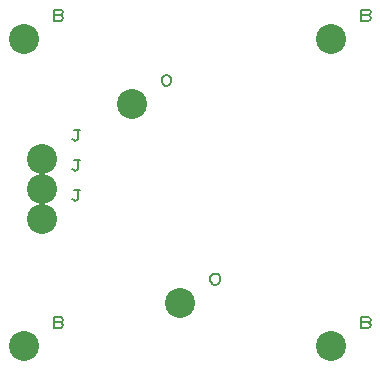
<source format=gbr>
%FSLAX23Y23*%
%MOIN*%
G04 EasyPC Gerber Version 18.0.1 Build 3581 *
%ADD12C,0.00500*%
%ADD80C,0.10000*%
X0Y0D02*
D02*
D12*
X802Y565D02*
X808Y561D01*
X811Y555*
X808Y549*
X802Y546*
X780*
Y583*
X802*
X808Y580*
X811Y574*
X808Y568*
X802Y565*
X780*
X802Y1590D02*
X808Y1586D01*
X811Y1580*
X808Y1574*
X802Y1571*
X780*
Y1608*
X802*
X808Y1605*
X811Y1599*
X808Y1593*
X802Y1590*
X780*
X841Y977D02*
X845Y974D01*
X851Y971*
X857Y974*
X860Y977*
Y1008*
X866*
X860D02*
X848D01*
X841Y1077D02*
X845Y1074D01*
X851Y1071*
X857Y1074*
X860Y1077*
Y1108*
X866*
X860D02*
X848D01*
X841Y1177D02*
X845Y1174D01*
X851Y1171*
X857Y1174*
X860Y1177*
Y1208*
X866*
X860D02*
X848D01*
X1139Y1366D02*
Y1378D01*
X1142Y1385*
X1145Y1388*
X1151Y1391*
X1158*
X1164Y1388*
X1167Y1385*
X1170Y1378*
Y1366*
X1167Y1360*
X1164Y1356*
X1158Y1353*
X1151*
X1145Y1356*
X1142Y1360*
X1139Y1366*
X1301Y703D02*
Y716D01*
X1305Y722*
X1308Y725*
X1314Y728*
X1320*
X1326Y725*
X1330Y722*
X1333Y716*
Y703*
X1330Y697*
X1326Y694*
X1320Y691*
X1314*
X1308Y694*
X1305Y697*
X1301Y703*
X1826Y565D02*
X1832Y561D01*
X1835Y555*
X1832Y549*
X1826Y546*
X1804*
Y583*
X1826*
X1832Y580*
X1835Y574*
X1832Y568*
X1826Y565*
X1804*
X1826Y1590D02*
X1832Y1586D01*
X1835Y1580*
X1832Y1574*
X1826Y1571*
X1804*
Y1608*
X1826*
X1832Y1605*
X1835Y1599*
X1832Y1593*
X1826Y1590*
X1804*
D02*
D80*
X680Y486D03*
Y1511D03*
X741Y911D03*
Y1011D03*
Y1111D03*
X1039Y1294D03*
X1201Y631D03*
X1704Y486D03*
Y1511D03*
X0Y0D02*
M02*

</source>
